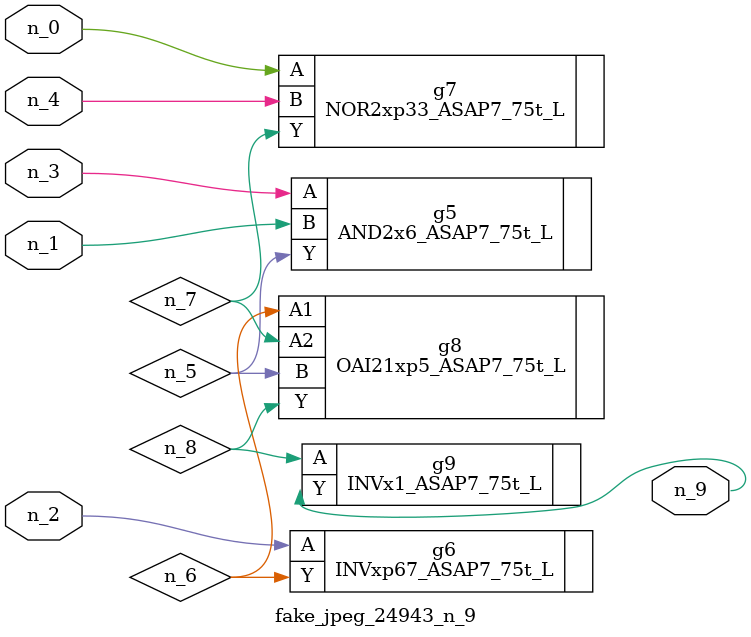
<source format=v>
module fake_jpeg_24943_n_9 (n_3, n_2, n_1, n_0, n_4, n_9);

input n_3;
input n_2;
input n_1;
input n_0;
input n_4;

output n_9;

wire n_8;
wire n_6;
wire n_5;
wire n_7;

AND2x6_ASAP7_75t_L g5 ( 
.A(n_3),
.B(n_1),
.Y(n_5)
);

INVxp67_ASAP7_75t_L g6 ( 
.A(n_2),
.Y(n_6)
);

NOR2xp33_ASAP7_75t_L g7 ( 
.A(n_0),
.B(n_4),
.Y(n_7)
);

OAI21xp5_ASAP7_75t_L g8 ( 
.A1(n_6),
.A2(n_7),
.B(n_5),
.Y(n_8)
);

INVx1_ASAP7_75t_L g9 ( 
.A(n_8),
.Y(n_9)
);


endmodule
</source>
